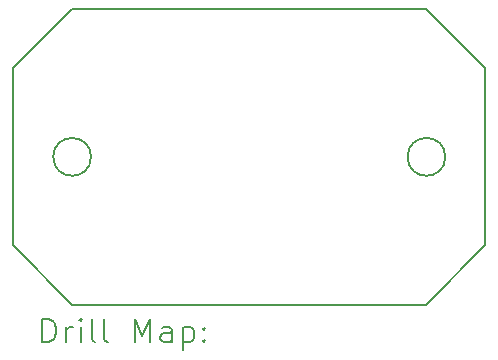
<source format=gbr>
%TF.GenerationSoftware,KiCad,Pcbnew,(6.0.7)*%
%TF.CreationDate,2022-09-09T14:19:01-05:00*%
%TF.ProjectId,Voron Fan PCB,566f726f-6e20-4466-916e-205043422e6b,rev?*%
%TF.SameCoordinates,Original*%
%TF.FileFunction,Drillmap*%
%TF.FilePolarity,Positive*%
%FSLAX45Y45*%
G04 Gerber Fmt 4.5, Leading zero omitted, Abs format (unit mm)*
G04 Created by KiCad (PCBNEW (6.0.7)) date 2022-09-09 14:19:01*
%MOMM*%
%LPD*%
G01*
G04 APERTURE LIST*
%ADD10C,0.200000*%
G04 APERTURE END LIST*
D10*
X10500000Y-6500000D02*
X10500000Y-5000000D01*
X7160000Y-5750000D02*
G75*
G03*
X7160000Y-5750000I-160000J0D01*
G01*
X10000000Y-4500000D02*
X10500000Y-5000000D01*
X10000000Y-7000000D02*
X10500000Y-6500000D01*
X10160000Y-5750000D02*
G75*
G03*
X10160000Y-5750000I-160000J0D01*
G01*
X6500000Y-6500000D02*
X7000000Y-7000000D01*
X6500000Y-5000000D02*
X6500000Y-6500000D01*
X7000000Y-4500000D02*
X6500000Y-5000000D01*
X7000000Y-7000000D02*
X10000000Y-7000000D01*
X10000000Y-4500000D02*
X7000000Y-4500000D01*
X6747619Y-7320476D02*
X6747619Y-7120476D01*
X6795238Y-7120476D01*
X6823809Y-7130000D01*
X6842857Y-7149048D01*
X6852381Y-7168095D01*
X6861905Y-7206190D01*
X6861905Y-7234762D01*
X6852381Y-7272857D01*
X6842857Y-7291905D01*
X6823809Y-7310952D01*
X6795238Y-7320476D01*
X6747619Y-7320476D01*
X6947619Y-7320476D02*
X6947619Y-7187143D01*
X6947619Y-7225238D02*
X6957143Y-7206190D01*
X6966667Y-7196667D01*
X6985714Y-7187143D01*
X7004762Y-7187143D01*
X7071428Y-7320476D02*
X7071428Y-7187143D01*
X7071428Y-7120476D02*
X7061905Y-7130000D01*
X7071428Y-7139524D01*
X7080952Y-7130000D01*
X7071428Y-7120476D01*
X7071428Y-7139524D01*
X7195238Y-7320476D02*
X7176190Y-7310952D01*
X7166667Y-7291905D01*
X7166667Y-7120476D01*
X7300000Y-7320476D02*
X7280952Y-7310952D01*
X7271428Y-7291905D01*
X7271428Y-7120476D01*
X7528571Y-7320476D02*
X7528571Y-7120476D01*
X7595238Y-7263333D01*
X7661905Y-7120476D01*
X7661905Y-7320476D01*
X7842857Y-7320476D02*
X7842857Y-7215714D01*
X7833333Y-7196667D01*
X7814286Y-7187143D01*
X7776190Y-7187143D01*
X7757143Y-7196667D01*
X7842857Y-7310952D02*
X7823809Y-7320476D01*
X7776190Y-7320476D01*
X7757143Y-7310952D01*
X7747619Y-7291905D01*
X7747619Y-7272857D01*
X7757143Y-7253809D01*
X7776190Y-7244286D01*
X7823809Y-7244286D01*
X7842857Y-7234762D01*
X7938095Y-7187143D02*
X7938095Y-7387143D01*
X7938095Y-7196667D02*
X7957143Y-7187143D01*
X7995238Y-7187143D01*
X8014286Y-7196667D01*
X8023809Y-7206190D01*
X8033333Y-7225238D01*
X8033333Y-7282381D01*
X8023809Y-7301428D01*
X8014286Y-7310952D01*
X7995238Y-7320476D01*
X7957143Y-7320476D01*
X7938095Y-7310952D01*
X8119048Y-7301428D02*
X8128571Y-7310952D01*
X8119048Y-7320476D01*
X8109524Y-7310952D01*
X8119048Y-7301428D01*
X8119048Y-7320476D01*
X8119048Y-7196667D02*
X8128571Y-7206190D01*
X8119048Y-7215714D01*
X8109524Y-7206190D01*
X8119048Y-7196667D01*
X8119048Y-7215714D01*
M02*

</source>
